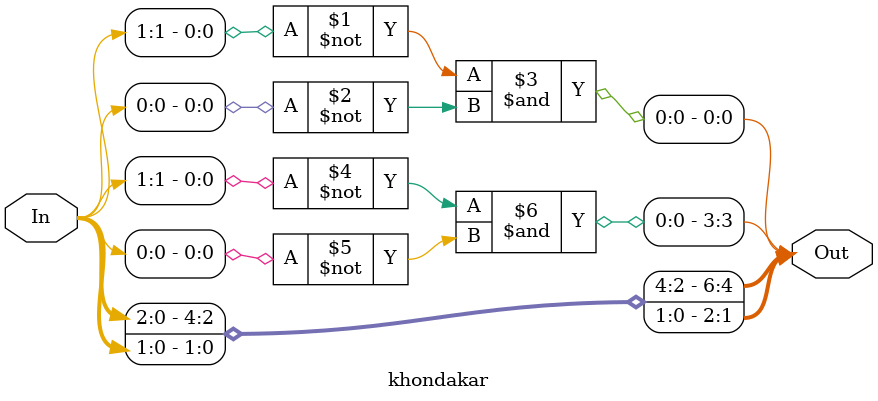
<source format=v>
module khondakar (In, Out);
    input [2:0] In;
    output [6:0] Out;

    assign Out[0] = ~In[1] & ~In[0];
    assign Out[6]= In[2];
    assign Out[3]= ~In[1] & ~In[0];
    assign Out[5]= In[1];
    assign Out[4] = In[0];
    assign Out[1] = In[0];
    assign Out[2] = In[1];

endmodule


</source>
